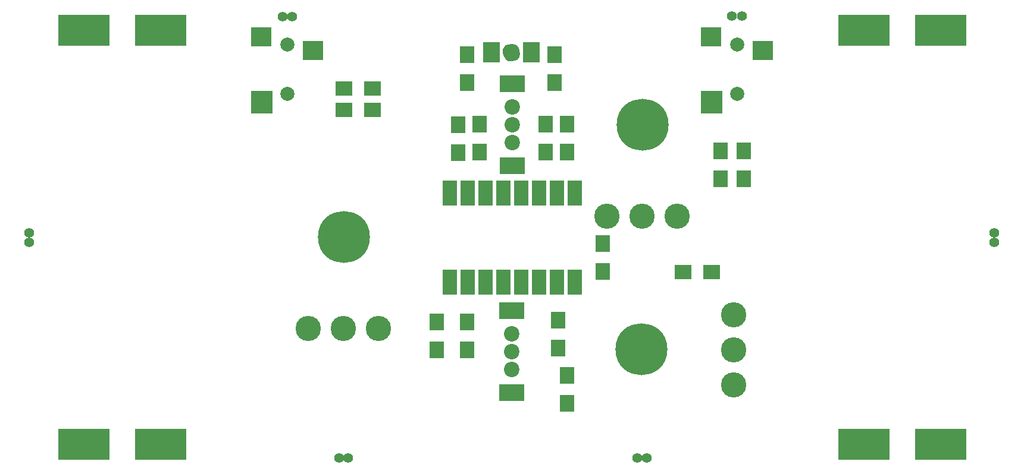
<source format=gbr>
G04 #@! TF.FileFunction,Soldermask,Top*
%FSLAX46Y46*%
G04 Gerber Fmt 4.6, Leading zero omitted, Abs format (unit mm)*
G04 Created by KiCad (PCBNEW 4.0.7-e2-6376~58~ubuntu16.04.1) date Sun Feb 25 03:24:25 2018*
%MOMM*%
%LPD*%
G01*
G04 APERTURE LIST*
%ADD10C,0.100000*%
%ADD11R,3.600000X2.400000*%
%ADD12C,2.200000*%
%ADD13R,2.000000X2.400000*%
%ADD14R,2.400000X2.000000*%
%ADD15R,2.100000X2.400000*%
%ADD16R,2.400000X2.100000*%
%ADD17R,3.150000X3.300000*%
%ADD18R,2.950000X2.800000*%
%ADD19C,2.000000*%
%ADD20R,7.400000X4.400000*%
%ADD21R,2.000000X3.600000*%
%ADD22C,3.600000*%
%ADD23C,7.400000*%
%ADD24R,2.400000X3.000000*%
%ADD25C,1.400000*%
%ADD26C,0.254000*%
G04 APERTURE END LIST*
D10*
D11*
X139930000Y-110430000D03*
X139930000Y-122130000D03*
D12*
X139930000Y-118820000D03*
X139930000Y-113740000D03*
X139930000Y-116280000D03*
D11*
X140020000Y-78070000D03*
X140020000Y-89770000D03*
D12*
X140020000Y-86460000D03*
X140020000Y-81380000D03*
X140020000Y-83920000D03*
D13*
X133604000Y-116046000D03*
X133604000Y-112046000D03*
X146558000Y-115792000D03*
X146558000Y-111792000D03*
X147828000Y-123666000D03*
X147828000Y-119666000D03*
X147828000Y-83852000D03*
X147828000Y-87852000D03*
D14*
X164370000Y-104902000D03*
X168370000Y-104902000D03*
D13*
X146050000Y-77946000D03*
X146050000Y-73946000D03*
D14*
X120110000Y-81788000D03*
X116110000Y-81788000D03*
D13*
X172974000Y-87662000D03*
X172974000Y-91662000D03*
D15*
X129286000Y-116046000D03*
X129286000Y-112046000D03*
X132334000Y-87884000D03*
X132334000Y-83884000D03*
X135382000Y-83820000D03*
X135382000Y-87820000D03*
X152908000Y-104870000D03*
X152908000Y-100870000D03*
X144780000Y-83852000D03*
X144780000Y-87852000D03*
D16*
X116110000Y-78740000D03*
X120110000Y-78740000D03*
D15*
X169672000Y-91662000D03*
X169672000Y-87662000D03*
X133604000Y-73946000D03*
X133604000Y-77946000D03*
D17*
X104425000Y-80700000D03*
D18*
X104325000Y-71400000D03*
X111675000Y-73300000D03*
D19*
X108000000Y-72500000D03*
X108000000Y-79500000D03*
D17*
X168425000Y-80700000D03*
D18*
X168325000Y-71400000D03*
X175675000Y-73300000D03*
D19*
X172000000Y-72500000D03*
X172000000Y-79500000D03*
D20*
X89950000Y-70500000D03*
X89950000Y-129500000D03*
X79050000Y-70500000D03*
X79050000Y-129500000D03*
X200950000Y-70500000D03*
X200950000Y-129500000D03*
X190050000Y-70500000D03*
X190050000Y-129500000D03*
D21*
X131110000Y-93650000D03*
X133650000Y-93650000D03*
X136190000Y-93650000D03*
X138730000Y-93650000D03*
X141270000Y-93650000D03*
X143810000Y-93650000D03*
X146350000Y-93650000D03*
X148890000Y-93650000D03*
X148890000Y-106350000D03*
X146350000Y-106350000D03*
X143810000Y-106350000D03*
X141270000Y-106350000D03*
X138730000Y-106350000D03*
X136190000Y-106350000D03*
X131110000Y-106350000D03*
X133650000Y-106350000D03*
D22*
X121000000Y-113000000D03*
X111000000Y-113000000D03*
X116000000Y-113000000D03*
D23*
X116100000Y-99900000D03*
D22*
X163500000Y-97000000D03*
X153500000Y-97000000D03*
X158500000Y-97000000D03*
D23*
X158600000Y-83900000D03*
D22*
X171500000Y-111000000D03*
X171500000Y-121000000D03*
X171500000Y-116000000D03*
D23*
X158400000Y-115900000D03*
D24*
X137100000Y-73600000D03*
X142700000Y-73600000D03*
D25*
X171300000Y-68450000D03*
X172700000Y-68450000D03*
X107350000Y-68550000D03*
X108700000Y-68550000D03*
X71300000Y-99350000D03*
X115350000Y-131400000D03*
X116700000Y-131400000D03*
X157800000Y-131400000D03*
X159150000Y-131400000D03*
X208650000Y-99300000D03*
X208650000Y-100700000D03*
X71300000Y-100700000D03*
D26*
G36*
X140348065Y-72574682D02*
X140358953Y-72579037D01*
X140386178Y-72586314D01*
X140585904Y-72760544D01*
X140776392Y-73025368D01*
X140916265Y-73379713D01*
X140948598Y-73740000D01*
X140870960Y-74146460D01*
X140610179Y-74501662D01*
X140344776Y-74645240D01*
X139885319Y-74715565D01*
X139429502Y-74664919D01*
X139188614Y-74505761D01*
X138908975Y-74137570D01*
X138754520Y-73697607D01*
X138740704Y-73200239D01*
X138890758Y-72895718D01*
X139133203Y-72644457D01*
X139463221Y-72546344D01*
X139928979Y-72517534D01*
X140348065Y-72574682D01*
X140348065Y-72574682D01*
G37*
X140348065Y-72574682D02*
X140358953Y-72579037D01*
X140386178Y-72586314D01*
X140585904Y-72760544D01*
X140776392Y-73025368D01*
X140916265Y-73379713D01*
X140948598Y-73740000D01*
X140870960Y-74146460D01*
X140610179Y-74501662D01*
X140344776Y-74645240D01*
X139885319Y-74715565D01*
X139429502Y-74664919D01*
X139188614Y-74505761D01*
X138908975Y-74137570D01*
X138754520Y-73697607D01*
X138740704Y-73200239D01*
X138890758Y-72895718D01*
X139133203Y-72644457D01*
X139463221Y-72546344D01*
X139928979Y-72517534D01*
X140348065Y-72574682D01*
M02*

</source>
